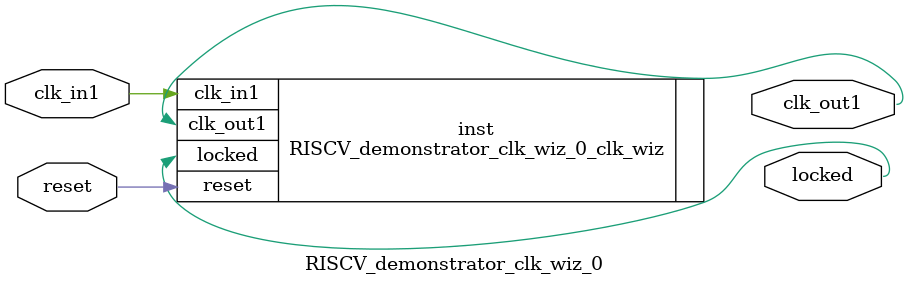
<source format=v>


`timescale 1ps/1ps

(* CORE_GENERATION_INFO = "RISCV_demonstrator_clk_wiz_0,clk_wiz_v6_0_9_0_0,{component_name=RISCV_demonstrator_clk_wiz_0,use_phase_alignment=true,use_min_o_jitter=false,use_max_i_jitter=false,use_dyn_phase_shift=false,use_inclk_switchover=false,use_dyn_reconfig=false,enable_axi=0,feedback_source=FDBK_AUTO,PRIMITIVE=MMCM,num_out_clk=1,clkin1_period=8.000,clkin2_period=10.000,use_power_down=false,use_reset=true,use_locked=true,use_inclk_stopped=false,feedback_type=SINGLE,CLOCK_MGR_TYPE=NA,manual_override=false}" *)

module RISCV_demonstrator_clk_wiz_0 
 (
  // Clock out ports
  output        clk_out1,
  // Status and control signals
  input         reset,
  output        locked,
 // Clock in ports
  input         clk_in1
 );

  RISCV_demonstrator_clk_wiz_0_clk_wiz inst
  (
  // Clock out ports  
  .clk_out1(clk_out1),
  // Status and control signals               
  .reset(reset), 
  .locked(locked),
 // Clock in ports
  .clk_in1(clk_in1)
  );

endmodule

</source>
